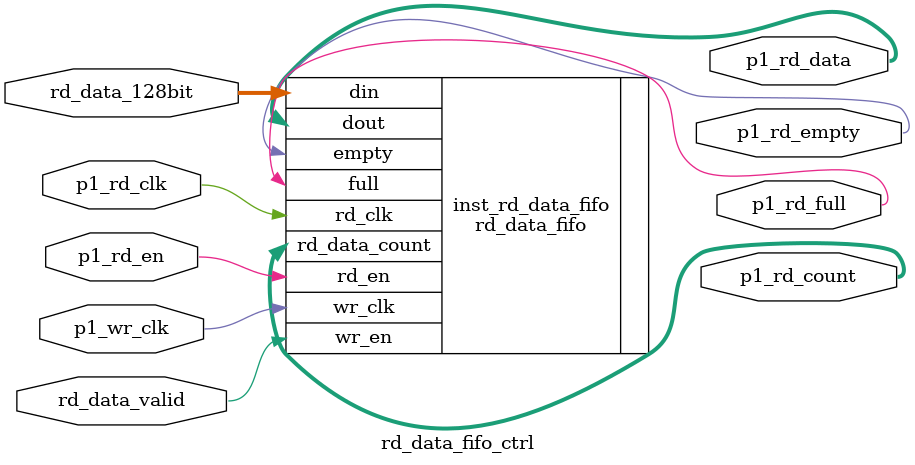
<source format=v>
`timescale 1ns / 1ps

module rd_data_fifo_ctrl(
	//user interface 
	input 	wire 			p1_rd_clk,
	input 	wire 			p1_rd_en,
	output 	wire 	[127:0]	p1_rd_data,
	output 	wire 	[6:0]	p1_rd_count,
	output 	wire 			p1_rd_empty,
	output 	wire 			p1_rd_full,
	//user connect 
	input 	wire 			p1_wr_clk,
	input 	wire 			rd_data_valid,
	input 	wire 	[127:0]	rd_data_128bit				
    );

rd_data_fifo inst_rd_data_fifo (
  .wr_clk(p1_wr_clk),                // input wire wr_clk
  .rd_clk(p1_rd_clk),                // input wire rd_clk
  .din(rd_data_128bit),                      // input wire [127 : 0] din
  .wr_en(rd_data_valid),                  // input wire wr_en
  .rd_en(p1_rd_en),                  // input wire rd_en
  .dout(p1_rd_data),                    // output wire [127 : 0] dout
  .full(p1_rd_full),                    // output wire full
  .empty(p1_rd_empty),                  // output wire empty
  .rd_data_count(p1_rd_count)  // output wire [6 : 0] rd_data_count
);
endmodule

</source>
